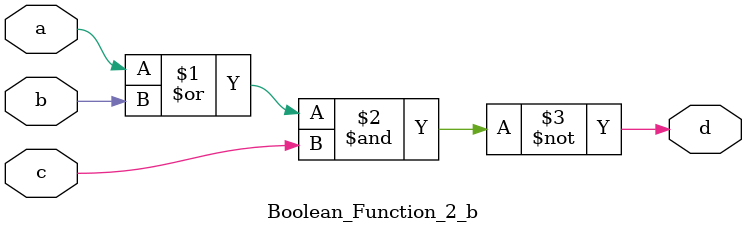
<source format=v>
`timescale 1ns / 1ps

module Boolean_Function_2_b (
    input a, b, c,
    output d
    );
    assign d = ~( (a | b) & c );

endmodule

</source>
